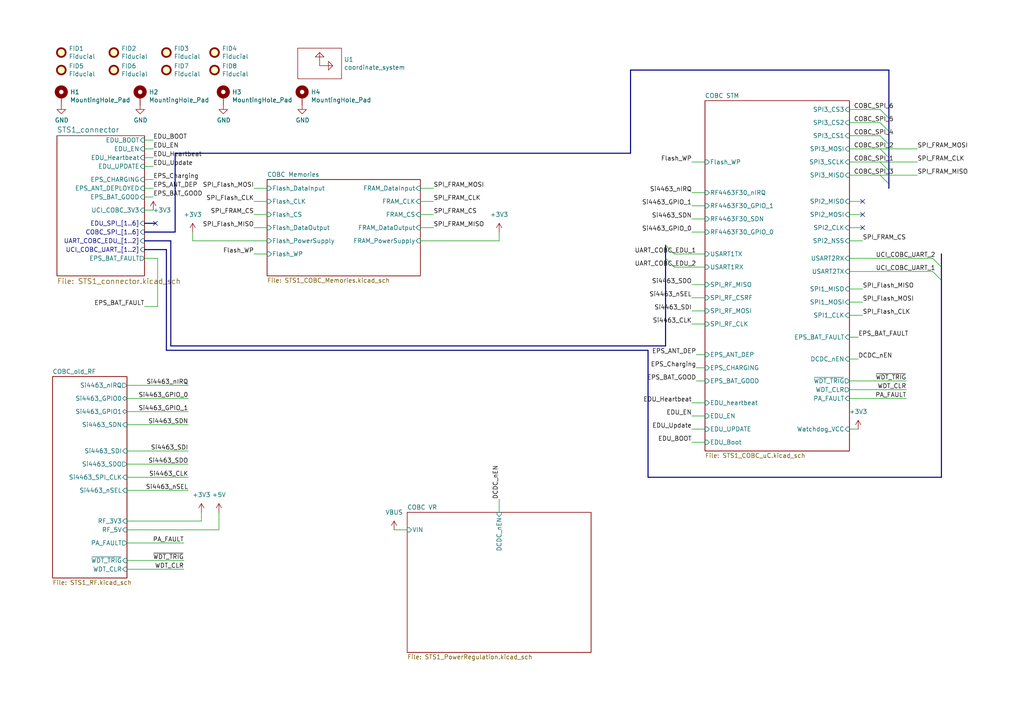
<source format=kicad_sch>
(kicad_sch (version 20211123) (generator eeschema)
  (paper "A4")
  (title_block (title "STS1 COBC HW") (date "31.07.2021") (rev "2.0") (company "TU Wien Space Team"))
  (lib_symbols
    (symbol "Mechanical:Fiducial"
      (property "Reference" "FID" (at 0 5.08 0))
      (property "Value" "Fiducial" (at 0 3.175 0))
      (symbol "Fiducial_0_1"
        (circle (center 0 0) (radius 1.27) (stroke (width 0.508)) (fill (type background)))
      )
    )
    (symbol "Mechanical:MountingHole_Pad" (pin_numbers hide) (pin_names (offset 1.016) hide)
      (property "Reference" "H" (at 0 6.35 0))
      (property "Value" "MountingHole_Pad" (at 0 4.445 0))
      (symbol "MountingHole_Pad_0_1"
        (circle (center 0 1.27) (radius 1.27) (stroke (width 1.27)))
      )
      (symbol "MountingHole_Pad_1_1"
        (pin input line (at 0 -2.54 90) (length 2.54) (name "1") (number "1"))
      )
    )
    (symbol "STS1_template-rescue:coordinate_system-STS-con" (pin_names (offset 1.016))
      (property "Reference" "U" (at -5.08 6.35 0))
      (property "Value" "coordinate_system-STS-con" (at -1.27 -5.08 0))
      (symbol "coordinate_system-STS-con_0_1"
        (rectangle (start -6.35 5.08) (end 6.35 -3.81))
        (polyline (pts (xy 0 0) (xy 0 3.81)))
        (polyline (pts (xy 0 0) (xy 3.81 0)))
        (polyline (pts (xy 0 3.81) (xy -1.27 2.54) (xy 1.27 2.54) (xy 0 3.81)))
        (polyline (pts (xy 3.81 0) (xy 2.54 1.27) (xy 2.54 -1.27) (xy 3.81 0)))
      )
    )
    (symbol "power:+3V3" (power) (pin_names (offset 0))
      (property "Value" "+3V3" (at 0 3.556 0))
      (symbol "+3V3_0_1"
        (polyline (pts (xy -0.762 1.27) (xy 0 2.54)))
        (polyline (pts (xy 0 0) (xy 0 2.54)))
        (polyline (pts (xy 0 2.54) (xy 0.762 1.27)))
      )
      (symbol "+3V3_1_1"
        (pin power_in line (at 0 0 90) (length 0) hide (name "+3V3") (number "1"))
      )
    )
    (symbol "power:+5V" (power) (pin_names (offset 0))
      (property "Value" "+5V" (at 0 3.556 0))
      (symbol "+5V_0_1"
        (polyline (pts (xy -0.762 1.27) (xy 0 2.54)))
        (polyline (pts (xy 0 0) (xy 0 2.54)))
        (polyline (pts (xy 0 2.54) (xy 0.762 1.27)))
      )
      (symbol "+5V_1_1"
        (pin power_in line (at 0 0 90) (length 0) hide (name "+5V") (number "1"))
      )
    )
    (symbol "power:GND" (power) (pin_names (offset 0))
      (property "Value" "GND" (at 0 -3.81 0))
      (symbol "GND_0_1"
        (polyline (pts (xy 0 0) (xy 0 -1.27) (xy 1.27 -1.27) (xy 0 -2.54) (xy -1.27 -1.27) (xy 0 -1.27)))
      )
      (symbol "GND_1_1"
        (pin power_in line (at 0 0 270) (length 0) hide (name "GND") (number "1"))
      )
    )
    (symbol "power:VBUS" (power) (pin_names (offset 0))
      (property "Value" "VBUS" (at 0 3.81 0))
      (symbol "VBUS_0_1"
        (polyline (pts (xy -0.762 1.27) (xy 0 2.54)))
        (polyline (pts (xy 0 0) (xy 0 2.54)))
        (polyline (pts (xy 0 2.54) (xy 0.762 1.27)))
      )
      (symbol "VBUS_1_1"
        (pin power_in line (at 0 0 90) (length 0) hide (name "VBUS") (number "1"))
      )
    )
  )
  (no_connect (at 45.085 64.77))
  (no_connect (at 250.19 58.42))
  (no_connect (at 250.19 62.23))
  (no_connect (at 250.19 66.04))
  (bus_entry (at 255.27 43.18) (size 2.54 2.54))
  (bus_entry (at 255.27 46.99) (size 2.54 2.54))
  (bus_entry (at 255.27 50.8) (size 2.54 2.54))
  (bus_entry (at 255.27 31.75) (size 2.54 2.54))
  (bus_entry (at 255.27 35.56) (size 2.54 2.54))
  (bus_entry (at 255.27 39.37) (size 2.54 2.54))
  (bus_entry (at 270.51 74.93) (size 2.54 2.54))
  (bus_entry (at 270.51 78.74) (size 2.54 2.54))
  (bus_entry (at 193.04 74.93) (size 2.54 2.54))
  (bus_entry (at 193.04 71.12) (size 2.54 2.54))
  (wire (pts (xy 36.83 119.38) (xy 54.61 119.38)))
  (bus (pts (xy 193.04 74.93) (xy 193.04 100.33)))
  (wire (pts (xy 246.38 104.14) (xy 248.92 104.14)))
  (wire (pts (xy 246.38 110.49) (xy 262.89 110.49)))
  (wire (pts (xy 58.42 151.13) (xy 58.42 148.59)))
  (bus (pts (xy 257.81 45.72) (xy 257.81 49.53)))
  (bus (pts (xy 50.8 67.31) (xy 50.8 44.45)))
  (bus (pts (xy 50.8 44.45) (xy 182.88 44.45)))
  (wire (pts (xy 246.38 87.63) (xy 250.19 87.63)))
  (wire (pts (xy 246.38 83.82) (xy 250.19 83.82)))
  (bus (pts (xy 49.53 100.33) (xy 193.04 100.33)))
  (wire (pts (xy 41.91 45.72) (xy 44.45 45.72)))
  (wire (pts (xy 246.38 124.46) (xy 248.92 124.46)))
  (wire (pts (xy 200.66 128.27) (xy 204.47 128.27)))
  (bus (pts (xy 41.91 64.77) (xy 45.085 64.77)))
  (wire (pts (xy 246.38 50.8) (xy 255.27 50.8)))
  (wire (pts (xy 200.66 120.65) (xy 204.47 120.65)))
  (wire (pts (xy 200.66 116.84) (xy 204.47 116.84)))
  (wire (pts (xy 36.83 138.43) (xy 54.61 138.43)))
  (wire (pts (xy 246.38 113.03) (xy 262.89 113.03)))
  (wire (pts (xy 73.66 66.04) (xy 77.47 66.04)))
  (wire (pts (xy 73.66 58.42) (xy 77.47 58.42)))
  (wire (pts (xy 246.38 78.74) (xy 270.51 78.74)))
  (wire (pts (xy 63.5 148.59) (xy 63.5 153.67)))
  (bus (pts (xy 49.53 69.85) (xy 49.53 100.33)))
  (wire (pts (xy 200.66 82.55) (xy 204.47 82.55)))
  (wire (pts (xy 36.83 111.76) (xy 54.61 111.76)))
  (wire (pts (xy 73.66 73.66) (xy 77.47 73.66)))
  (wire (pts (xy 201.93 106.68) (xy 204.47 106.68)))
  (wire (pts (xy 121.92 69.85) (xy 144.78 69.85)))
  (wire (pts (xy 144.78 67.31) (xy 144.78 69.85)))
  (wire (pts (xy 200.66 55.88) (xy 204.47 55.88)))
  (bus (pts (xy 273.05 81.28) (xy 273.05 138.43)))
  (wire (pts (xy 41.91 52.07) (xy 44.45 52.07)))
  (wire (pts (xy 41.91 54.61) (xy 44.45 54.61)))
  (bus (pts (xy 257.81 38.1) (xy 257.81 41.91)))
  (wire (pts (xy 246.38 74.93) (xy 270.51 74.93)))
  (wire (pts (xy 246.38 58.42) (xy 250.19 58.42)))
  (bus (pts (xy 187.96 138.43) (xy 273.05 138.43)))
  (wire (pts (xy 36.83 165.1) (xy 53.34 165.1)))
  (wire (pts (xy 200.66 93.98) (xy 204.47 93.98)))
  (wire (pts (xy 121.92 58.42) (xy 125.73 58.42)))
  (bus (pts (xy 48.26 72.39) (xy 48.26 101.6)))
  (wire (pts (xy 41.91 60.96) (xy 44.45 60.96)))
  (bus (pts (xy 273.05 73.66) (xy 273.05 77.47)))
  (wire (pts (xy 246.38 46.99) (xy 255.27 46.99)))
  (wire (pts (xy 201.93 110.49) (xy 204.47 110.49)))
  (wire (pts (xy 36.83 162.56) (xy 53.34 162.56)))
  (wire (pts (xy 36.83 134.62) (xy 54.61 134.62)))
  (bus (pts (xy 257.81 53.34) (xy 257.81 54.61)))
  (wire (pts (xy 73.66 54.61) (xy 77.47 54.61)))
  (wire (pts (xy 200.66 90.17) (xy 204.47 90.17)))
  (wire (pts (xy 36.83 142.24) (xy 54.61 142.24)))
  (wire (pts (xy 114.3 153.67) (xy 118.11 153.67)))
  (wire (pts (xy 45.72 74.93) (xy 45.72 88.9)))
  (wire (pts (xy 36.83 115.57) (xy 54.61 115.57)))
  (wire (pts (xy 246.38 35.56) (xy 255.27 35.56)))
  (wire (pts (xy 144.78 144.78) (xy 144.78 148.59)))
  (wire (pts (xy 200.66 59.69) (xy 204.47 59.69)))
  (wire (pts (xy 246.38 66.04) (xy 250.19 66.04)))
  (bus (pts (xy 182.88 20.32) (xy 257.81 20.32)))
  (wire (pts (xy 36.83 157.48) (xy 53.34 157.48)))
  (wire (pts (xy 201.93 102.87) (xy 204.47 102.87)))
  (wire (pts (xy 246.38 97.79) (xy 248.92 97.79)))
  (wire (pts (xy 41.91 48.26) (xy 44.45 48.26)))
  (bus (pts (xy 257.81 20.32) (xy 257.81 34.29)))
  (wire (pts (xy 246.38 39.37) (xy 255.27 39.37)))
  (bus (pts (xy 182.88 44.45) (xy 182.88 20.32)))
  (wire (pts (xy 36.83 123.19) (xy 54.61 123.19)))
  (wire (pts (xy 41.91 57.15) (xy 44.45 57.15)))
  (wire (pts (xy 200.66 86.36) (xy 204.47 86.36)))
  (wire (pts (xy 246.38 43.18) (xy 255.27 43.18)))
  (wire (pts (xy 246.38 62.23) (xy 250.19 62.23)))
  (wire (pts (xy 255.27 50.8) (xy 266.065 50.8)))
  (wire (pts (xy 121.92 66.04) (xy 125.73 66.04)))
  (wire (pts (xy 195.58 77.47) (xy 204.47 77.47)))
  (wire (pts (xy 200.66 124.46) (xy 204.47 124.46)))
  (bus (pts (xy 187.96 101.6) (xy 187.96 138.43)))
  (wire (pts (xy 41.91 88.9) (xy 45.72 88.9)))
  (wire (pts (xy 73.66 62.23) (xy 77.47 62.23)))
  (wire (pts (xy 41.91 40.64) (xy 44.45 40.64)))
  (wire (pts (xy 36.83 153.67) (xy 63.5 153.67)))
  (bus (pts (xy 41.91 72.39) (xy 48.26 72.39)))
  (wire (pts (xy 255.27 46.99) (xy 266.065 46.99)))
  (wire (pts (xy 55.88 67.31) (xy 55.88 69.85)))
  (wire (pts (xy 246.38 91.44) (xy 250.19 91.44)))
  (wire (pts (xy 41.91 43.18) (xy 44.45 43.18)))
  (bus (pts (xy 193.04 71.12) (xy 193.04 74.93)))
  (bus (pts (xy 41.91 67.31) (xy 50.8 67.31)))
  (wire (pts (xy 200.66 67.31) (xy 204.47 67.31)))
  (wire (pts (xy 121.92 62.23) (xy 125.73 62.23)))
  (bus (pts (xy 48.26 101.6) (xy 187.96 101.6)))
  (bus (pts (xy 257.81 41.91) (xy 257.81 45.72)))
  (bus (pts (xy 273.05 77.47) (xy 273.05 81.28)))
  (wire (pts (xy 121.92 54.61) (xy 125.73 54.61)))
  (wire (pts (xy 36.83 130.81) (xy 54.61 130.81)))
  (wire (pts (xy 200.66 46.99) (xy 204.47 46.99)))
  (wire (pts (xy 55.88 69.85) (xy 77.47 69.85)))
  (wire (pts (xy 200.66 63.5) (xy 204.47 63.5)))
  (bus (pts (xy 257.81 34.29) (xy 257.81 38.1)))
  (wire (pts (xy 255.27 43.18) (xy 266.065 43.18)))
  (wire (pts (xy 36.83 151.13) (xy 58.42 151.13)))
  (wire (pts (xy 195.58 73.66) (xy 204.47 73.66)))
  (wire (pts (xy 246.38 115.57) (xy 262.89 115.57)))
  (wire (pts (xy 246.38 69.85) (xy 250.19 69.85)))
  (bus (pts (xy 257.81 49.53) (xy 257.81 53.34)))
  (bus (pts (xy 41.91 69.85) (xy 49.53 69.85)))
  (wire (pts (xy 41.91 74.93) (xy 45.72 74.93)))
  (wire (pts (xy 246.38 31.75) (xy 255.27 31.75)))
  (label "Si4463_CLK" (at 200.66 93.98 180))
  (label "EDU_EN" (at 200.66 120.65 180))
  (label "Si4463_SDI" (at 200.66 90.17 180))
  (label "SPI_Flash_MOSI" (at 73.66 54.61 180))
  (label "Flash_WP" (at 73.66 73.66 180))
  (label "DCDC_nEN" (at 144.78 144.78 90))
  (label "Si4463_nIRQ" (at 54.61 111.76 180))
  (label "SPI_Flash_MOSI" (at 250.19 87.63 0))
  (label "Si4463_GPIO_1" (at 200.66 59.69 180))
  (label "EDU_Update" (at 44.45 48.26 0))
  (label "EDU_Heartbeat" (at 200.66 116.84 180))
  (label "EDU_EN" (at 44.45 43.18 0))
  (label "UCI_COBC_UART_1" (at 254 78.74 0))
  (label "UART_COBC_EDU_1" (at 201.93 73.66 180))
  (label "EPS_BAT_FAULT" (at 41.91 88.9 180))
  (label "EPS_BAT_GOOD" (at 201.93 110.49 180))
  (label "Si4463_SDO" (at 54.61 134.62 180))
  (label "EPS_BAT_GOOD" (at 44.45 57.15 0))
  (label "WDT_CLR" (at 262.89 113.03 180))
  (label "Flash_WP" (at 200.66 46.99 180))
  (label "SPI_Flash_MISO" (at 250.19 83.82 0))
  (label "Si4463_SDO" (at 200.66 82.55 180))
  (label "Si4463_GPIO_0" (at 54.61 115.57 180))
  (label "SPI_FRAM_MISO" (at 266.065 50.8 0))
  (label "EPS_Charging" (at 44.45 52.07 0))
  (label "Si4463_SDN" (at 200.66 63.5 180))
  (label "Si4463_CLK" (at 54.61 138.43 180))
  (label "WDT_CLR" (at 53.34 165.1 180))
  (label "COBC_SPI_2" (at 247.65 43.18 0))
  (label "SPI_FRAM_CLK" (at 266.065 46.99 0))
  (label "EPS_ANT_DEP" (at 201.93 102.87 180))
  (label "Si4463_GPIO_1" (at 54.61 119.38 180))
  (label "COBC_SPI_6" (at 247.65 31.75 0))
  (label "PA_FAULT" (at 262.89 115.57 180))
  (label "SPI_FRAM_CS" (at 125.73 62.23 0))
  (label "EPS_Charging" (at 201.93 106.68 180))
  (label "UART_COBC_EDU_2" (at 201.93 77.47 180))
  (label "SPI_Flash_CLK" (at 73.66 58.42 180))
  (label "~{WDT_TRIG}" (at 262.89 110.49 180))
  (label "EDU_BOOT" (at 200.66 128.27 180))
  (label "SPI_FRAM_MOSI" (at 125.73 54.61 0))
  (label "SPI_FRAM_MOSI" (at 266.065 43.18 0))
  (label "EDU_BOOT" (at 44.45 40.64 0))
  (label "SPI_FRAM_MISO" (at 125.73 66.04 0))
  (label "~{WDT_TRIG}" (at 53.34 162.56 180))
  (label "UCI_COBC_UART_2" (at 254 74.93 0))
  (label "COBC_SPI_5" (at 247.65 35.56 0))
  (label "COBC_SPI_1" (at 247.65 46.99 0))
  (label "Si4463_nSEL" (at 200.66 86.36 180))
  (label "COBC_SPI_4" (at 247.65 39.37 0))
  (label "Si4463_SDN" (at 54.61 123.19 180))
  (label "Si4463_nIRQ" (at 200.66 55.88 180))
  (label "Si4463_nSEL" (at 54.61 142.24 180))
  (label "EPS_BAT_FAULT" (at 248.92 97.79 0))
  (label "PA_FAULT" (at 53.34 157.48 180))
  (label "SPI_FRAM_CS" (at 73.66 62.23 180))
  (label "EPS_ANT_DEP" (at 44.45 54.61 0))
  (label "DCDC_nEN" (at 248.92 104.14 0))
  (label "SPI_FRAM_CS" (at 250.19 69.85 0))
  (label "EDU_Heartbeat" (at 44.45 45.72 0))
  (label "Si4463_GPIO_0" (at 200.66 67.31 180))
  (label "EDU_Update" (at 200.66 124.46 180))
  (label "COBC_SPI_3" (at 247.65 50.8 0))
  (label "SPI_Flash_MISO" (at 73.66 66.04 180))
  (label "SPI_Flash_CLK" (at 250.19 91.44 0))
  (label "Si4463_SDI" (at 54.61 130.81 180))
  (label "SPI_FRAM_CLK" (at 125.73 58.42 0))
  (symbol (lib_id "Mechanical:Fiducial") (at 17.78 15.24 0) (unit 1)
    (property "Reference" "FID1" (at 19.939 14.0716 0) (effects (justify left)))
    (property "Value" "Fiducial" (at 19.939 16.383 0) (effects (justify left)))
    (property "Footprint" "Fiducial:Fiducial_0.75mm_Mask1.5mm" (effects hide))
  )
  (symbol (lib_id "Mechanical:Fiducial") (at 33.02 15.24 0) (unit 1)
    (property "Reference" "FID2" (at 35.179 14.0716 0) (effects (justify left)))
    (property "Value" "Fiducial" (at 35.179 16.383 0) (effects (justify left)))
    (property "Footprint" "Fiducial:Fiducial_0.75mm_Mask1.5mm" (effects hide))
  )
  (symbol (lib_id "Mechanical:Fiducial") (at 48.26 15.24 0) (unit 1)
    (property "Reference" "FID3" (at 50.419 14.0716 0) (effects (justify left)))
    (property "Value" "Fiducial" (at 50.419 16.383 0) (effects (justify left)))
    (property "Footprint" "Fiducial:Fiducial_0.75mm_Mask1.5mm" (effects hide))
  )
  (symbol (lib_id "Mechanical:Fiducial") (at 62.23 15.24 0) (unit 1)
    (property "Reference" "FID4" (at 64.389 14.0716 0) (effects (justify left)))
    (property "Value" "Fiducial" (at 64.389 16.383 0) (effects (justify left)))
    (property "Footprint" "Fiducial:Fiducial_0.75mm_Mask1.5mm" (effects hide))
  )
  (symbol (lib_id "Mechanical:MountingHole_Pad") (at 17.78 27.94 0) (unit 1)
    (property "Reference" "H1" (at 20.32 26.6954 0) (effects (justify left)))
    (property "Value" "MountingHole_Pad" (at 20.32 29.0068 0) (effects (justify left)))
    (property "Footprint" "MountingHole:MountingHole_4.3mm_M4_Pad_Via" (effects hide))
  )
  (symbol (lib_id "Mechanical:MountingHole_Pad") (at 40.64 27.94 0) (unit 1)
    (property "Reference" "H2" (at 43.18 26.6954 0) (effects (justify left)))
    (property "Value" "MountingHole_Pad" (at 43.18 29.0068 0) (effects (justify left)))
    (property "Footprint" "MountingHole:MountingHole_4.3mm_M4_Pad_Via" (effects hide))
  )
  (symbol (lib_id "Mechanical:MountingHole_Pad") (at 64.77 27.94 0) (unit 1)
    (property "Reference" "H3" (at 67.31 26.6954 0) (effects (justify left)))
    (property "Value" "MountingHole_Pad" (at 67.31 29.0068 0) (effects (justify left)))
    (property "Footprint" "MountingHole:MountingHole_4.3mm_M4_Pad_Via" (effects hide))
  )
  (symbol (lib_id "Mechanical:MountingHole_Pad") (at 87.63 27.94 0) (unit 1)
    (property "Reference" "H4" (at 90.17 26.6954 0) (effects (justify left)))
    (property "Value" "MountingHole_Pad" (at 90.17 29.0068 0) (effects (justify left)))
    (property "Footprint" "MountingHole:MountingHole_4.3mm_M4_Pad_Via" (effects hide))
  )
  (symbol (lib_id "power:GND") (at 87.63 30.48 0) (unit 1)
    (property "Reference" "#PWR0101" (effects hide))
    (property "Value" "GND" (at 87.757 34.8742 0))
  )
  (symbol (lib_id "power:GND") (at 64.77 30.48 0) (unit 1)
    (property "Reference" "#PWR0102" (effects hide))
    (property "Value" "GND" (at 64.897 34.8742 0))
  )
  (symbol (lib_id "power:GND") (at 40.64 30.48 0) (unit 1)
    (property "Reference" "#PWR0103" (effects hide))
    (property "Value" "GND" (at 40.767 34.8742 0))
  )
  (symbol (lib_id "power:GND") (at 17.78 30.48 0) (unit 1)
    (property "Reference" "#PWR0104" (effects hide))
    (property "Value" "GND" (at 17.907 34.8742 0))
  )
  (symbol (lib_id "STS1_template-rescue:coordinate_system-STS-con") (at 92.71 19.05 0) (unit 1)
    (property "Reference" "U1" (at 99.7712 17.2466 0) (effects (justify left)))
    (property "Value" "coordinate_system" (at 99.7712 19.558 0) (effects (justify left)))
    (property "Footprint" "STS:Coordinates" (effects hide))
  )
  (symbol (lib_id "Mechanical:Fiducial") (at 17.78 20.32 0) (unit 1)
    (property "Reference" "FID5" (at 19.939 19.1516 0) (effects (justify left)))
    (property "Value" "Fiducial" (at 19.939 21.463 0) (effects (justify left)))
    (property "Footprint" "Fiducial:Fiducial_0.75mm_Mask1.5mm" (effects hide))
  )
  (symbol (lib_id "Mechanical:Fiducial") (at 33.02 20.32 0) (unit 1)
    (property "Reference" "FID6" (at 35.179 19.1516 0) (effects (justify left)))
    (property "Value" "Fiducial" (at 35.179 21.463 0) (effects (justify left)))
    (property "Footprint" "Fiducial:Fiducial_0.75mm_Mask1.5mm" (effects hide))
  )
  (symbol (lib_id "Mechanical:Fiducial") (at 48.26 20.32 0) (unit 1)
    (property "Reference" "FID7" (at 50.419 19.1516 0) (effects (justify left)))
    (property "Value" "Fiducial" (at 50.419 21.463 0) (effects (justify left)))
    (property "Footprint" "Fiducial:Fiducial_0.75mm_Mask1.5mm" (effects hide))
  )
  (symbol (lib_id "Mechanical:Fiducial") (at 62.23 20.32 0) (unit 1)
    (property "Reference" "FID8" (at 64.389 19.1516 0) (effects (justify left)))
    (property "Value" "Fiducial" (at 64.389 21.463 0) (effects (justify left)))
    (property "Footprint" "Fiducial:Fiducial_0.75mm_Mask1.5mm" (effects hide))
  )
  (symbol (lib_id "power:+3V3") (at 44.45 60.96 0) (unit 1)
    (property "Reference" "#PWR0132" (effects hide))
    (property "Value" "+3V3" (at 46.99 60.96 0))
  )
  (symbol (lib_id "power:+3V3") (at 58.42 148.59 0) (unit 1)
    (property "Reference" "#PWR0133" (effects hide))
    (property "Value" "+3V3" (at 58.42 143.51 0))
  )
  (symbol (lib_id "power:+3V3") (at 144.78 67.31 0) (unit 1)
    (property "Reference" "#PWR0106" (effects hide))
    (property "Value" "+3V3" (at 144.78 62.23 0))
  )
  (symbol (lib_id "power:+5V") (at 63.5 148.59 0) (unit 1)
    (property "Reference" "#PWR0137" (effects hide))
    (property "Value" "+5V" (at 63.5 143.51 0))
  )
  (symbol (lib_id "power:+3V3") (at 248.92 124.46 0) (unit 1)
    (property "Reference" "#PWR0136" (effects hide))
    (property "Value" "+3V3" (at 248.92 119.38 0))
  )
  (symbol (lib_id "power:VBUS") (at 114.3 153.67 0) (unit 1)
    (property "Reference" "#PWR0134" (effects hide))
    (property "Value" "VBUS" (at 114.3 148.59 0))
  )
  (symbol (lib_id "power:+3V3") (at 55.88 67.31 0) (unit 1)
    (property "Reference" "#PWR0105" (effects hide))
    (property "Value" "+3V3" (at 55.88 62.23 0))
  )
  (sheet (at 16.51 39.37) (size 25.4 40.64)
    (property "Sheet name" "STS1_connector" (at 16.51 38.5314 0) (effects (font (size 1.524 1.524)) (justify left bottom)))
    (property "Sheet file" "STS1_connector.kicad_sch" (at 16.51 80.6962 0) (effects (font (size 1.524 1.524)) (justify left top)))
    (pin "EDU_Heartbeat" input (at 41.91 45.72 0))
    (pin "EDU_EN" input (at 41.91 43.18 0))
    (pin "EDU_UPDATE" input (at 41.91 48.26 0))
    (pin "EDU_SPI_[1..6]" input (at 41.91 64.77 0))
    (pin "EPS_CHARGING" input (at 41.91 52.07 0))
    (pin "EPS_ANT_DEPLOYED" input (at 41.91 54.61 0))
    (pin "EPS_BAT_GOOD" input (at 41.91 57.15 0))
    (pin "UCI_COBC_3V3" input (at 41.91 60.96 0))
    (pin "UCI_COBC_UART_[1..2]" input (at 41.91 72.39 0))
    (pin "COBC_SPI_[1..6]" input (at 41.91 67.31 0))
    (pin "UART_COBC_EDU_[1..2]" input (at 41.91 69.85 0))
    (pin "EDU_BOOT" input (at 41.91 40.64 0))
    (pin "EPS_BAT_FAULT" output (at 41.91 74.93 0))
  )
  (sheet (at 118.11 148.59) (size 53.34 40.64) (stroke (width 0.1524))
    (property "Sheet name" "COBC VR" (at 118.11 147.8784 0) (effects (justify left bottom)))
    (property "Sheet file" "STS1_PowerRegulation.kicad_sch" (at 118.11 189.8146 0) (effects (justify left top)))
    (pin "VIN" input (at 118.11 153.67 180))
    (pin "DCDC_nEN" input (at 144.78 148.59 90))
  )
  (sheet (at 15.24 109.22) (size 21.59 58.42) (stroke (width 0.1524))
    (property "Sheet name" "COBC_old_RF" (at 15.24 108.5084 0) (effects (justify left bottom)))
    (property "Sheet file" "STS1_RF.kicad_sch" (at 15.24 168.2246 0) (effects (justify left top)))
    (pin "Si4463_nIRQ" output (at 36.83 111.76 0))
    (pin "Si4463_GPIO0" bidirectional (at 36.83 115.57 0))
    (pin "Si4463_GPIO1" bidirectional (at 36.83 119.38 0))
    (pin "Si4463_SDN" input (at 36.83 123.19 0))
    (pin "RF_3V3" input (at 36.83 151.13 0))
    (pin "Si4463_SDI" input (at 36.83 130.81 0))
    (pin "Si4463_SDO" output (at 36.83 134.62 0))
    (pin "Si4463_SPI_CLK" input (at 36.83 138.43 0))
    (pin "Si4463_nSEL" input (at 36.83 142.24 0))
    (pin "WDT_CLR" input (at 36.83 165.1 0))
    (pin "~{WDT_TRIG}" input (at 36.83 162.56 0))
    (pin "RF_5V" input (at 36.83 153.67 0))
    (pin "PA_FAULT" output (at 36.83 157.48 0))
  )
  (sheet (at 77.47 52.07) (size 44.45 27.94) (stroke (width 0.1524))
    (property "Sheet name" "COBC Memories" (at 77.47 51.3584 0) (effects (justify left bottom)))
    (property "Sheet file" "STS1_COBC_Memories.kicad_sch" (at 77.47 80.5946 0) (effects (justify left top)))
    (pin "FRAM_DataInput" input (at 121.92 54.61 0))
    (pin "FRAM_CLK" input (at 121.92 58.42 0))
    (pin "FRAM_CS" input (at 121.92 62.23 0))
    (pin "FRAM_DataOutput" input (at 121.92 66.04 0))
    (pin "FRAM_PowerSupply" input (at 121.92 69.85 0))
    (pin "Flash_PowerSupply" input (at 77.47 69.85 180))
    (pin "Flash_DataInput" input (at 77.47 54.61 180))
    (pin "Flash_CLK" input (at 77.47 58.42 180))
    (pin "Flash_CS" input (at 77.47 62.23 180))
    (pin "Flash_DataOutput" input (at 77.47 66.04 180))
    (pin "Flash_WP" input (at 77.47 73.66 180))
  )
  (sheet (at 204.47 29.21) (size 41.91 101.6) (stroke (width 0.1524))
    (property "Sheet name" "COBC STM" (at 204.47 28.4984 0) (effects (justify left bottom)))
    (property "Sheet file" "STS1_COBC_uC.kicad_sch" (at 204.47 131.3946 0) (effects (justify left top)))
    (pin "SPI2_MISO" input (at 246.38 58.42 0))
    (pin "SPI2_MOSI" input (at 246.38 62.23 0))
    (pin "SPI2_CLK" input (at 246.38 66.04 0))
    (pin "Watchdog_VCC" input (at 246.38 124.46 0))
    (pin "USART2RX" input (at 246.38 74.93 0))
    (pin "USART2TX" input (at 246.38 78.74 0))
    (pin "EDU_UPDATE" input (at 204.47 124.46 180))
    (pin "Flash_WP" input (at 204.47 46.99 180))
    (pin "SPI1_MISO" input (at 246.38 83.82 0))
    (pin "SPI1_MOSI" input (at 246.38 87.63 0))
    (pin "SPI1_CLK" input (at 246.38 91.44 0))
    (pin "SPI2_NSS" input (at 246.38 69.85 0))
    (pin "EPS_BAT_GOOD" input (at 204.47 110.49 180))
    (pin "EPS_CHARGING" input (at 204.47 106.68 180))
    (pin "EPS_ANT_DEP" input (at 204.47 102.87 180))
    (pin "EDU_EN" input (at 204.47 120.65 180))
    (pin "EDU_heartbeat" input (at 204.47 116.84 180))
    (pin "SPI_RF_CLK" input (at 204.47 93.98 180))
    (pin "SPI_RF_MOSI" input (at 204.47 90.17 180))
    (pin "SPI_RF_CSRF" input (at 204.47 86.36 180))
    (pin "SPI_RF_MISO" input (at 204.47 82.55 180))
    (pin "USART1RX" input (at 204.47 77.47 180))
    (pin "RF4463F30_SDN" input (at 204.47 63.5 180))
    (pin "RF4463F30_GPIO_0" input (at 204.47 67.31 180))
    (pin "RF4463F30_GPIO_1" input (at 204.47 59.69 180))
    (pin "USART1TX" input (at 204.47 73.66 180))
    (pin "SPI3_SCLK" input (at 246.38 46.99 0))
    (pin "SPI3_MISO" input (at 246.38 50.8 0))
    (pin "SPI3_MOSI" input (at 246.38 43.18 0))
    (pin "SPI3_CS1" input (at 246.38 39.37 0))
    (pin "SPI3_CS2" input (at 246.38 35.56 0))
    (pin "RF4463F30_nIRQ" input (at 204.47 55.88 180))
    (pin "SPI3_CS3" input (at 246.38 31.75 0))
    (pin "EDU_Boot" input (at 204.47 128.27 180))
    (pin "DCDC_nEN" input (at 246.38 104.14 0))
    (pin "~{WDT_TRIG}" output (at 246.38 110.49 0))
    (pin "WDT_CLR" output (at 246.38 113.03 0))
    (pin "PA_FAULT" input (at 246.38 115.57 0))
    (pin "EPS_BAT_FAULT" input (at 246.38 97.79 0))
  )
)
</source>
